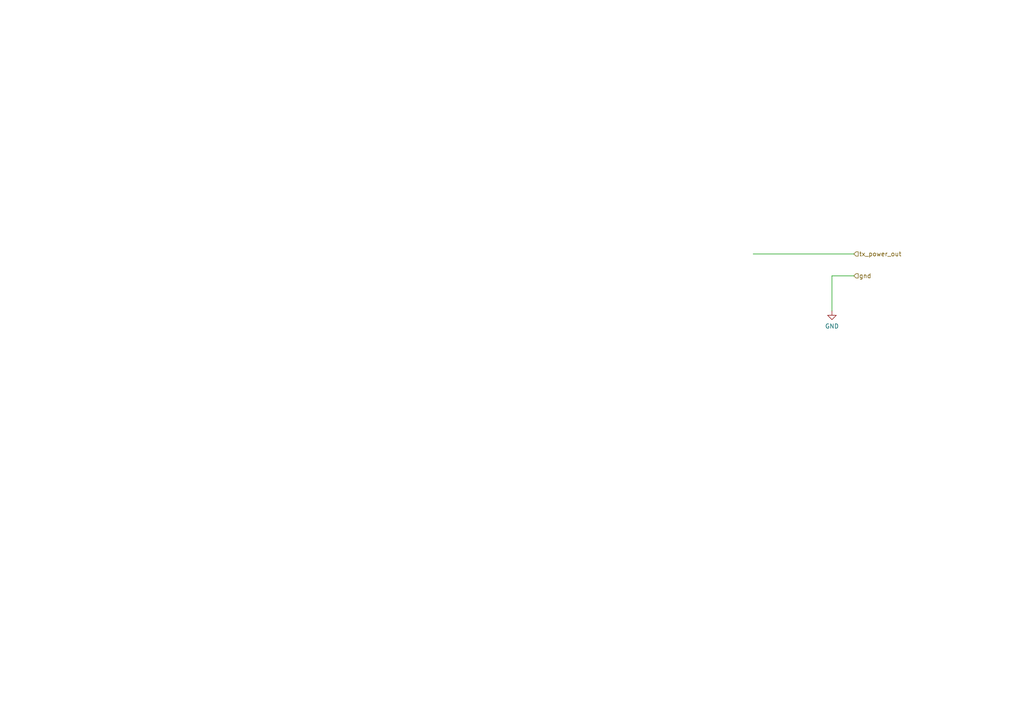
<source format=kicad_sch>
(kicad_sch (version 20211123) (generator eeschema)
  (paper "A4")
  (lib_symbols
    (symbol "power:GND" (power) (pin_names (offset 0))
      (property "Value" "GND" (at 0 -3.81 0))
      (symbol "GND_0_1"
        (polyline (pts (xy 0 0) (xy 0 -1.27) (xy 1.27 -1.27) (xy 0 -2.54) (xy -1.27 -1.27) (xy 0 -1.27)))
      )
      (symbol "GND_1_1"
        (pin power_in line (at 0 0 270) (length 0) hide (name "GND") (number "1"))
      )
    )
  )
  (wire (pts (xy 218.44 73.66) (xy 247.65 73.66)))
  (wire (pts (xy 241.3 80.01) (xy 241.3 90.17)))
  (wire (pts (xy 247.65 80.01) (xy 241.3 80.01)))
  (hierarchical_label "gnd" (shape input) (at 247.65 80.01 0))
  (hierarchical_label "tx_power_out" (shape input) (at 247.65 73.66 0))
  (symbol (lib_id "power:GND") (at 241.3 90.17 0) (unit 1)
    (property "Reference" "#PWR?" (effects hide))
    (property "Value" "GND" (at 241.3 94.6134 0))
  )
)
</source>
